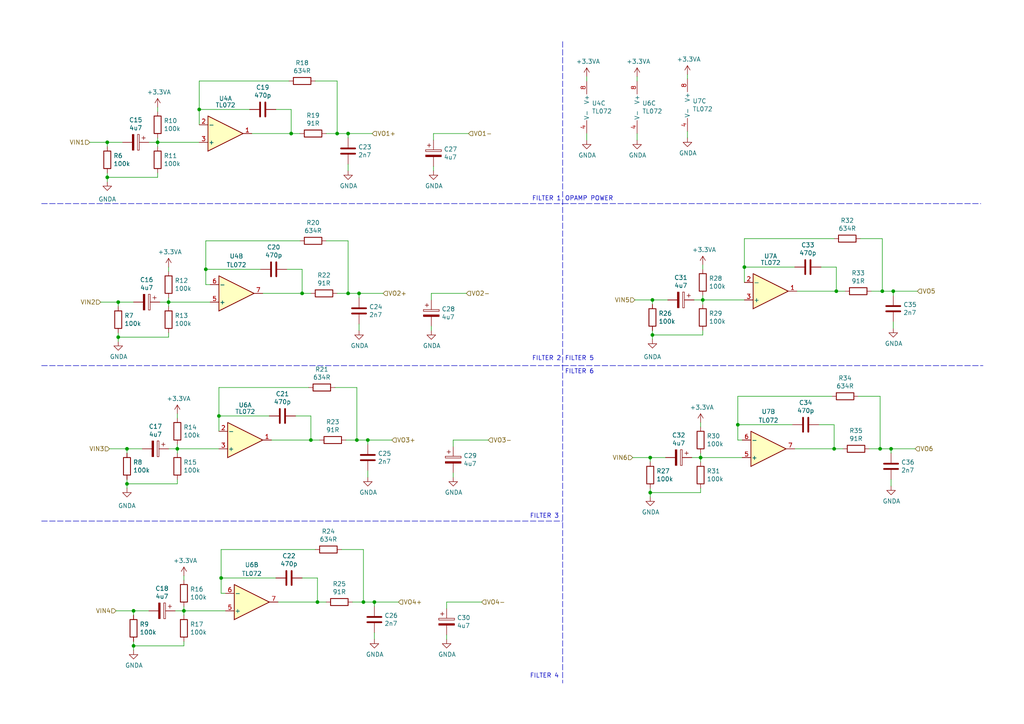
<source format=kicad_sch>
(kicad_sch (version 20211123) (generator eeschema)
  (paper "A4")
  (title_block (title "Audio Codec Input Filters") (date "2021-12-23") (comment 1 "Filter designs from 7.1 of CS42448 datasheet") (comment 2 "AIN 5-6 can have any of their pins behave as true single-ended inputs"))
  (lib_symbols
    (symbol "Amplifier_Operational:TL072" (pin_names (offset 0.127))
      (property "Reference" "U" (at 0 5.08 0))
      (property "Value" "TL072" (at 0 -5.08 0))
      (symbol "TL072_1_1"
        (polyline (pts (xy -5.08 5.08) (xy 5.08 0) (xy -5.08 -5.08) (xy -5.08 5.08)) (stroke (width 0.254)) (fill (type background)))
        (pin output line (at 7.62 0 180) (length 2.54) (name "~") (number "1"))
        (pin input line (at -7.62 -2.54 0) (length 2.54) (name "-") (number "2"))
        (pin input line (at -7.62 2.54 0) (length 2.54) (name "+") (number "3"))
      )
      (symbol "TL072_2_1"
        (polyline (pts (xy -5.08 5.08) (xy 5.08 0) (xy -5.08 -5.08) (xy -5.08 5.08)) (stroke (width 0.254)) (fill (type background)))
        (pin input line (at -7.62 2.54 0) (length 2.54) (name "+") (number "5"))
        (pin input line (at -7.62 -2.54 0) (length 2.54) (name "-") (number "6"))
        (pin output line (at 7.62 0 180) (length 2.54) (name "~") (number "7"))
      )
      (symbol "TL072_3_1"
        (pin power_in line (at -2.54 -7.62 90) (length 3.81) (name "V-") (number "4"))
        (pin power_in line (at -2.54 7.62 270) (length 3.81) (name "V+") (number "8"))
      )
    )
    (symbol "Device:C" (pin_numbers hide) (pin_names (offset 0.254))
      (property "Reference" "C" (at 0.635 2.54 0))
      (property "Value" "C" (at 0.635 -2.54 0))
      (symbol "C_0_1"
        (polyline (pts (xy -2.032 -0.762) (xy 2.032 -0.762)) (stroke (width 0.508)))
        (polyline (pts (xy -2.032 0.762) (xy 2.032 0.762)) (stroke (width 0.508)))
      )
      (symbol "C_1_1"
        (pin passive line (at 0 3.81 270) (length 2.794) (name "~") (number "1"))
        (pin passive line (at 0 -3.81 90) (length 2.794) (name "~") (number "2"))
      )
    )
    (symbol "Device:CP" (pin_numbers hide) (pin_names (offset 0.254))
      (property "Reference" "C" (at 0.635 2.54 0))
      (property "Value" "Device_CP" (at 0.635 -2.54 0))
      (symbol "CP_0_1"
        (rectangle (start -2.286 0.508) (end 2.286 1.016))
        (polyline (pts (xy -1.778 2.286) (xy -0.762 2.286)))
        (polyline (pts (xy -1.27 2.794) (xy -1.27 1.778)))
        (rectangle (start 2.286 -0.508) (end -2.286 -1.016) (fill (type outline)))
      )
      (symbol "CP_1_1"
        (pin passive line (at 0 3.81 270) (length 2.794) (name "~") (number "1"))
        (pin passive line (at 0 -3.81 90) (length 2.794) (name "~") (number "2"))
      )
    )
    (symbol "Device:R" (pin_numbers hide) (pin_names (offset 0))
      (property "Reference" "R" (at 2.032 0 90))
      (property "Value" "R" (at 0 0 90))
      (symbol "R_0_1"
        (rectangle (start -1.016 -2.54) (end 1.016 2.54) (stroke (width 0.254)))
      )
      (symbol "R_1_1"
        (pin passive line (at 0 3.81 270) (length 1.27) (name "~") (number "1"))
        (pin passive line (at 0 -3.81 90) (length 1.27) (name "~") (number "2"))
      )
    )
    (symbol "power:+3.3VA" (power) (pin_names (offset 0))
      (property "Value" "+3.3VA" (at 0 3.556 0))
      (symbol "+3.3VA_0_1"
        (polyline (pts (xy -0.762 1.27) (xy 0 2.54)))
        (polyline (pts (xy 0 0) (xy 0 2.54)))
        (polyline (pts (xy 0 2.54) (xy 0.762 1.27)))
      )
      (symbol "+3.3VA_1_1"
        (pin power_in line (at 0 0 90) (length 0) hide (name "+3.3VA") (number "1"))
      )
    )
    (symbol "power:GNDA" (power) (pin_names (offset 0))
      (property "Value" "GNDA" (at 0 -3.81 0))
      (symbol "GNDA_0_1"
        (polyline (pts (xy 0 0) (xy 0 -1.27) (xy 1.27 -1.27) (xy 0 -2.54) (xy -1.27 -1.27) (xy 0 -1.27)))
      )
      (symbol "GNDA_1_1"
        (pin power_in line (at 0 0 270) (length 0) hide (name "GNDA") (number "1"))
      )
    )
  )
  (junction (at 63.5 120.65))
  (junction (at 51.435 130.175))
  (junction (at 31.115 41.275))
  (junction (at 213.995 123.19))
  (junction (at 103.505 127.635))
  (junction (at 64.135 167.64))
  (junction (at 188.595 132.715))
  (junction (at 48.895 87.63))
  (junction (at 105.41 174.625))
  (junction (at 255.27 130.175))
  (junction (at 38.735 187.325))
  (junction (at 84.455 38.735))
  (junction (at 242.57 84.455))
  (junction (at 189.23 86.995))
  (junction (at 203.835 86.995))
  (junction (at 53.34 177.165))
  (junction (at 203.2 132.715))
  (junction (at 36.83 140.335))
  (junction (at 34.29 87.63))
  (junction (at 34.29 97.79))
  (junction (at 100.965 85.09))
  (junction (at 36.83 130.175))
  (junction (at 259.08 84.455))
  (junction (at 108.585 174.625))
  (junction (at 104.14 85.09))
  (junction (at 57.785 31.75))
  (junction (at 90.17 127.635))
  (junction (at 106.68 127.635))
  (junction (at 215.9 77.47))
  (junction (at 92.075 174.625))
  (junction (at 188.595 142.875))
  (junction (at 97.79 38.735))
  (junction (at 189.23 97.155))
  (junction (at 31.115 51.435))
  (junction (at 255.905 84.455))
  (junction (at 100.965 38.735))
  (junction (at 241.935 130.175))
  (junction (at 45.72 41.275))
  (junction (at 38.735 177.165))
  (junction (at 59.69 78.105))
  (junction (at 258.445 130.175))
  (junction (at 87.63 85.09))
  (wire (pts (xy 129.54 176.53) (xy 129.54 174.625)))
  (wire (pts (xy 249.555 69.215) (xy 255.905 69.215)))
  (wire (pts (xy 215.9 86.995) (xy 203.835 86.995)))
  (wire (pts (xy 125.095 86.995) (xy 125.095 85.09)))
  (wire (pts (xy 259.08 84.455) (xy 266.065 84.455)))
  (wire (pts (xy 241.935 130.175) (xy 244.475 130.175)))
  (wire (pts (xy 97.79 38.735) (xy 94.615 38.735)))
  (wire (pts (xy 248.92 114.935) (xy 255.27 114.935)))
  (wire (pts (xy 188.595 132.715) (xy 183.515 132.715)))
  (wire (pts (xy 237.49 123.19) (xy 241.935 123.19)))
  (wire (pts (xy 103.505 127.635) (xy 100.33 127.635)))
  (wire (pts (xy 203.835 86.995) (xy 203.835 85.725)))
  (wire (pts (xy 188.595 132.715) (xy 193.04 132.715)))
  (wire (pts (xy 108.585 174.625) (xy 115.57 174.625)))
  (wire (pts (xy 105.41 174.625) (xy 102.235 174.625)))
  (wire (pts (xy 106.68 136.525) (xy 106.68 138.43)))
  (wire (pts (xy 213.995 114.935) (xy 241.3 114.935)))
  (wire (pts (xy 90.17 120.65) (xy 90.17 127.635)))
  (wire (pts (xy 106.68 127.635) (xy 113.665 127.635)))
  (wire (pts (xy 100.965 85.09) (xy 97.79 85.09)))
  (wire (pts (xy 199.39 22.86) (xy 199.39 21.59)))
  (wire (pts (xy 87.63 85.09) (xy 90.17 85.09)))
  (wire (pts (xy 255.27 114.935) (xy 255.27 130.175)))
  (wire (pts (xy 203.835 78.105) (xy 203.835 76.835)))
  (wire (pts (xy 258.445 130.175) (xy 258.445 131.445)))
  (wire (pts (xy 213.995 123.19) (xy 213.995 114.935)))
  (wire (pts (xy 203.2 133.985) (xy 203.2 132.715)))
  (wire (pts (xy 258.445 130.175) (xy 265.43 130.175)))
  (wire (pts (xy 60.96 82.55) (xy 59.69 82.55)))
  (wire (pts (xy 36.83 130.175) (xy 36.83 131.445)))
  (wire (pts (xy 63.5 120.65) (xy 78.105 120.65)))
  (wire (pts (xy 53.34 177.165) (xy 53.34 175.895)))
  (wire (pts (xy 38.735 177.165) (xy 33.655 177.165)))
  (wire (pts (xy 189.23 97.155) (xy 189.23 98.425)))
  (wire (pts (xy 48.895 130.175) (xy 51.435 130.175)))
  (wire (pts (xy 36.83 139.065) (xy 36.83 140.335)))
  (wire (pts (xy 64.135 172.085) (xy 64.135 167.64)))
  (wire (pts (xy 65.405 172.085) (xy 64.135 172.085)))
  (wire (pts (xy 104.14 85.09) (xy 104.14 86.36)))
  (wire (pts (xy 104.14 93.98) (xy 104.14 95.885)))
  (wire (pts (xy 63.5 120.65) (xy 63.5 112.395)))
  (wire (pts (xy 199.39 38.1) (xy 199.39 40.005)))
  (wire (pts (xy 201.295 86.995) (xy 203.835 86.995)))
  (wire (pts (xy 31.115 41.275) (xy 26.035 41.275)))
  (wire (pts (xy 97.155 112.395) (xy 103.505 112.395)))
  (wire (pts (xy 129.54 184.15) (xy 129.54 185.42)))
  (wire (pts (xy 57.785 41.275) (xy 45.72 41.275)))
  (wire (pts (xy 100.965 47.625) (xy 100.965 49.53)))
  (wire (pts (xy 215.265 132.715) (xy 203.2 132.715)))
  (wire (pts (xy 48.895 78.74) (xy 48.895 77.47)))
  (wire (pts (xy 97.79 23.495) (xy 97.79 38.735)))
  (wire (pts (xy 48.895 88.9) (xy 48.895 87.63)))
  (wire (pts (xy 38.735 187.325) (xy 53.34 187.325)))
  (wire (pts (xy 259.08 93.345) (xy 259.08 95.25)))
  (wire (pts (xy 238.125 77.47) (xy 242.57 77.47)))
  (wire (pts (xy 203.2 132.715) (xy 203.2 131.445)))
  (wire (pts (xy 57.785 23.495) (xy 83.82 23.495)))
  (wire (pts (xy 242.57 77.47) (xy 242.57 84.455)))
  (wire (pts (xy 92.075 174.625) (xy 94.615 174.625)))
  (wire (pts (xy 203.2 123.825) (xy 203.2 122.555)))
  (wire (pts (xy 38.735 186.055) (xy 38.735 187.325)))
  (wire (pts (xy 203.2 142.875) (xy 203.2 141.605)))
  (wire (pts (xy 184.785 38.735) (xy 184.785 40.64)))
  (wire (pts (xy 255.905 84.455) (xy 259.08 84.455)))
  (wire (pts (xy 31.115 50.165) (xy 31.115 51.435)))
  (wire (pts (xy 215.9 81.915) (xy 215.9 77.47)))
  (wire (pts (xy 59.69 69.85) (xy 86.995 69.85)))
  (wire (pts (xy 51.435 121.285) (xy 51.435 120.015)))
  (wire (pts (xy 215.265 127.635) (xy 213.995 127.635)))
  (wire (pts (xy 80.645 174.625) (xy 92.075 174.625)))
  (wire (pts (xy 255.905 84.455) (xy 252.73 84.455)))
  (wire (pts (xy 51.435 131.445) (xy 51.435 130.175)))
  (wire (pts (xy 85.725 120.65) (xy 90.17 120.65)))
  (wire (pts (xy 200.66 132.715) (xy 203.2 132.715)))
  (wire (pts (xy 45.72 32.385) (xy 45.72 31.115)))
  (wire (pts (xy 104.14 85.09) (xy 111.125 85.09)))
  (wire (pts (xy 97.79 38.735) (xy 100.965 38.735)))
  (wire (pts (xy 170.18 38.735) (xy 170.18 40.64)))
  (wire (pts (xy 59.69 78.105) (xy 75.565 78.105)))
  (wire (pts (xy 125.73 38.735) (xy 135.89 38.735)))
  (wire (pts (xy 80.01 31.75) (xy 84.455 31.75)))
  (wire (pts (xy 94.615 69.85) (xy 100.965 69.85)))
  (wire (pts (xy 36.83 140.335) (xy 51.435 140.335)))
  (polyline (pts (xy 163.195 106.045) (xy 285.115 106.045)))
  (wire (pts (xy 57.785 31.75) (xy 72.39 31.75)))
  (wire (pts (xy 63.5 125.095) (xy 63.5 120.65)))
  (wire (pts (xy 105.41 174.625) (xy 108.585 174.625)))
  (wire (pts (xy 125.095 94.615) (xy 125.095 95.885)))
  (polyline (pts (xy 12.065 59.055) (xy 163.195 59.055)))
  (wire (pts (xy 230.505 130.175) (xy 241.935 130.175)))
  (wire (pts (xy 100.965 85.09) (xy 104.14 85.09)))
  (wire (pts (xy 189.23 95.885) (xy 189.23 97.155)))
  (wire (pts (xy 34.29 87.63) (xy 38.735 87.63)))
  (wire (pts (xy 57.785 36.195) (xy 57.785 31.75)))
  (wire (pts (xy 131.445 127.635) (xy 141.605 127.635)))
  (wire (pts (xy 255.27 130.175) (xy 252.095 130.175)))
  (polyline (pts (xy 163.195 12.065) (xy 163.195 198.12)))
  (wire (pts (xy 31.115 51.435) (xy 31.115 52.705)))
  (wire (pts (xy 48.895 97.79) (xy 48.895 96.52)))
  (wire (pts (xy 59.69 78.105) (xy 59.69 69.85)))
  (wire (pts (xy 34.29 97.79) (xy 48.895 97.79)))
  (wire (pts (xy 255.905 69.215) (xy 255.905 84.455)))
  (wire (pts (xy 258.445 139.065) (xy 258.445 140.97)))
  (wire (pts (xy 31.115 51.435) (xy 45.72 51.435)))
  (wire (pts (xy 64.135 167.64) (xy 64.135 159.385)))
  (wire (pts (xy 36.83 130.175) (xy 41.275 130.175)))
  (polyline (pts (xy 12.065 106.045) (xy 163.195 106.045)))
  (wire (pts (xy 38.735 187.325) (xy 38.735 188.595)))
  (wire (pts (xy 38.735 177.165) (xy 43.18 177.165)))
  (wire (pts (xy 189.23 97.155) (xy 203.835 97.155)))
  (wire (pts (xy 215.9 77.47) (xy 230.505 77.47)))
  (wire (pts (xy 259.08 84.455) (xy 259.08 85.725)))
  (wire (pts (xy 92.075 167.64) (xy 92.075 174.625)))
  (wire (pts (xy 51.435 130.175) (xy 51.435 128.905)))
  (wire (pts (xy 131.445 129.54) (xy 131.445 127.635)))
  (wire (pts (xy 45.72 41.275) (xy 45.72 40.005)))
  (polyline (pts (xy 163.195 59.055) (xy 284.48 59.055)))
  (wire (pts (xy 38.735 177.165) (xy 38.735 178.435)))
  (wire (pts (xy 43.18 41.275) (xy 45.72 41.275)))
  (wire (pts (xy 213.995 127.635) (xy 213.995 123.19)))
  (wire (pts (xy 189.23 86.995) (xy 184.15 86.995)))
  (wire (pts (xy 106.68 127.635) (xy 106.68 128.905)))
  (wire (pts (xy 51.435 140.335) (xy 51.435 139.065)))
  (wire (pts (xy 31.115 41.275) (xy 35.56 41.275)))
  (wire (pts (xy 203.835 88.265) (xy 203.835 86.995)))
  (wire (pts (xy 231.14 84.455) (xy 242.57 84.455)))
  (wire (pts (xy 60.96 87.63) (xy 48.895 87.63)))
  (wire (pts (xy 84.455 31.75) (xy 84.455 38.735)))
  (wire (pts (xy 100.965 69.85) (xy 100.965 85.09)))
  (wire (pts (xy 59.69 82.55) (xy 59.69 78.105)))
  (wire (pts (xy 188.595 142.875) (xy 203.2 142.875)))
  (wire (pts (xy 189.23 86.995) (xy 189.23 88.265)))
  (wire (pts (xy 36.83 140.335) (xy 36.83 141.605)))
  (wire (pts (xy 184.785 23.495) (xy 184.785 22.225)))
  (wire (pts (xy 31.115 41.275) (xy 31.115 42.545)))
  (wire (pts (xy 125.73 48.26) (xy 125.73 49.53)))
  (wire (pts (xy 34.29 97.79) (xy 34.29 99.06)))
  (wire (pts (xy 188.595 142.875) (xy 188.595 144.145)))
  (wire (pts (xy 76.2 85.09) (xy 87.63 85.09)))
  (wire (pts (xy 203.835 97.155) (xy 203.835 95.885)))
  (wire (pts (xy 170.18 23.495) (xy 170.18 22.225)))
  (wire (pts (xy 215.9 69.215) (xy 241.935 69.215)))
  (wire (pts (xy 63.5 112.395) (xy 89.535 112.395)))
  (wire (pts (xy 53.34 168.275) (xy 53.34 167.005)))
  (wire (pts (xy 129.54 174.625) (xy 139.7 174.625)))
  (wire (pts (xy 73.025 38.735) (xy 84.455 38.735)))
  (wire (pts (xy 255.27 130.175) (xy 258.445 130.175)))
  (wire (pts (xy 242.57 84.455) (xy 245.11 84.455)))
  (wire (pts (xy 91.44 23.495) (xy 97.79 23.495)))
  (wire (pts (xy 99.06 159.385) (xy 105.41 159.385)))
  (wire (pts (xy 87.63 78.105) (xy 87.63 85.09)))
  (wire (pts (xy 48.895 87.63) (xy 48.895 86.36)))
  (wire (pts (xy 188.595 132.715) (xy 188.595 133.985)))
  (wire (pts (xy 50.8 177.165) (xy 53.34 177.165)))
  (wire (pts (xy 36.83 130.175) (xy 31.75 130.175)))
  (wire (pts (xy 46.355 87.63) (xy 48.895 87.63)))
  (wire (pts (xy 189.23 86.995) (xy 193.675 86.995)))
  (wire (pts (xy 57.785 31.75) (xy 57.785 23.495)))
  (wire (pts (xy 103.505 112.395) (xy 103.505 127.635)))
  (wire (pts (xy 53.34 187.325) (xy 53.34 186.055)))
  (wire (pts (xy 78.74 127.635) (xy 90.17 127.635)))
  (wire (pts (xy 53.34 178.435) (xy 53.34 177.165)))
  (wire (pts (xy 105.41 159.385) (xy 105.41 174.625)))
  (wire (pts (xy 103.505 127.635) (xy 106.68 127.635)))
  (wire (pts (xy 131.445 137.16) (xy 131.445 138.43)))
  (wire (pts (xy 84.455 38.735) (xy 86.995 38.735)))
  (wire (pts (xy 108.585 174.625) (xy 108.585 175.895)))
  (wire (pts (xy 213.995 123.19) (xy 229.87 123.19)))
  (wire (pts (xy 34.29 96.52) (xy 34.29 97.79)))
  (wire (pts (xy 100.965 38.735) (xy 100.965 40.005)))
  (wire (pts (xy 241.935 123.19) (xy 241.935 130.175)))
  (polyline (pts (xy 12.065 151.13) (xy 163.195 151.13)))
  (wire (pts (xy 64.135 167.64) (xy 80.01 167.64)))
  (wire (pts (xy 65.405 177.165) (xy 53.34 177.165)))
  (wire (pts (xy 90.17 127.635) (xy 92.71 127.635)))
  (wire (pts (xy 45.72 42.545) (xy 45.72 41.275)))
  (wire (pts (xy 100.965 38.735) (xy 107.95 38.735)))
  (wire (pts (xy 188.595 141.605) (xy 188.595 142.875)))
  (wire (pts (xy 63.5 130.175) (xy 51.435 130.175)))
  (wire (pts (xy 64.135 159.385) (xy 91.44 159.385)))
  (wire (pts (xy 125.73 40.64) (xy 125.73 38.735)))
  (wire (pts (xy 125.095 85.09) (xy 135.255 85.09)))
  (wire (pts (xy 45.72 51.435) (xy 45.72 50.165)))
  (wire (pts (xy 108.585 183.515) (xy 108.585 185.42)))
  (wire (pts (xy 34.29 87.63) (xy 29.21 87.63)))
  (wire (pts (xy 34.29 87.63) (xy 34.29 88.9)))
  (wire (pts (xy 87.63 167.64) (xy 92.075 167.64)))
  (wire (pts (xy 215.9 77.47) (xy 215.9 69.215)))
  (wire (pts (xy 83.185 78.105) (xy 87.63 78.105)))
  (text "FILTER 3" (at 153.67 150.495 0) (effects (font (size 1.27 1.27)) (justify left bottom)))
  (text "FILTER 2" (at 154.305 104.775 0) (effects (font (size 1.27 1.27)) (justify left bottom)))
  (text "FILTER 6" (at 163.83 108.585 0) (effects (font (size 1.27 1.27)) (justify left bottom)))
  (text "FILTER 5" (at 163.83 104.775 0) (effects (font (size 1.27 1.27)) (justify left bottom)))
  (text "OPAMP POWER" (at 163.83 58.42 0) (effects (font (size 1.27 1.27)) (justify left bottom)))
  (text "FILTER 1" (at 154.305 58.42 0) (effects (font (size 1.27 1.27)) (justify left bottom)))
  (text "FILTER 4" (at 153.67 196.85 0) (effects (font (size 1.27 1.27)) (justify left bottom)))
  (hierarchical_label "VIN3" (shape input) (at 31.75 130.175 180))
  (hierarchical_label "VO1+" (shape input) (at 107.95 38.735 0))
  (hierarchical_label "VO5" (shape input) (at 266.065 84.455 0))
  (hierarchical_label "VIN1" (shape input) (at 26.035 41.275 180))
  (hierarchical_label "VIN4" (shape input) (at 33.655 177.165 180))
  (hierarchical_label "VIN6" (shape input) (at 183.515 132.715 180))
  (hierarchical_label "VO2+" (shape input) (at 111.125 85.09 0))
  (hierarchical_label "VIN5" (shape input) (at 184.15 86.995 180))
  (hierarchical_label "VO3-" (shape input) (at 141.605 127.635 0))
  (hierarchical_label "VO4+" (shape input) (at 115.57 174.625 0))
  (hierarchical_label "VO2-" (shape input) (at 135.255 85.09 0))
  (hierarchical_label "VO1-" (shape input) (at 135.89 38.735 0))
  (hierarchical_label "VO3+" (shape input) (at 113.665 127.635 0))
  (hierarchical_label "VO4-" (shape input) (at 139.7 174.625 0))
  (hierarchical_label "VO6" (shape input) (at 265.43 130.175 0))
  (hierarchical_label "VIN2" (shape input) (at 29.21 87.63 180))
  (symbol (lib_id "Amplifier_Operational:TL072") (at 65.405 38.735 0) (mirror x) (unit 1)
    (property "Reference" "U4" (at 65.405 28.575 0))
    (property "Value" "TL072" (at 65.405 30.48 0))
    (property "Footprint" "Package_SO:SOIC-8_3.9x4.9mm_P1.27mm" (effects hide))
    (property "Datasheet" "http://www.ti.com/lit/ds/symlink/tl071.pdf" (effects hide))
  )
  (symbol (lib_id "Amplifier_Operational:TL072") (at 68.58 85.09 0) (mirror x) (unit 2)
    (property "Reference" "U4" (at 68.58 74.295 0))
    (property "Value" "TL072" (at 68.58 76.835 0))
    (property "Footprint" "Package_SO:SOIC-8_3.9x4.9mm_P1.27mm" (effects hide))
    (property "Datasheet" "http://www.ti.com/lit/ds/symlink/tl071.pdf" (effects hide))
  )
  (symbol (lib_id "Amplifier_Operational:TL072") (at 172.72 31.115 0) (unit 3)
    (property "Reference" "U4" (at 171.6532 29.9466 0) (effects (justify left)))
    (property "Value" "TL072" (at 171.6532 32.258 0) (effects (justify left)))
    (property "Footprint" "Package_SO:SOIC-8_3.9x4.9mm_P1.27mm" (effects hide))
    (property "Datasheet" "http://www.ti.com/lit/ds/symlink/tl071.pdf" (effects hide))
  )
  (symbol (lib_id "Device:R") (at 45.72 46.355 0) (unit 1)
    (property "Reference" "R11" (at 47.498 45.1866 0) (effects (justify left)))
    (property "Value" "100k" (at 47.498 47.498 0) (effects (justify left)))
    (property "Footprint" "Resistor_SMD:R_0603_1608Metric_Pad0.98x0.95mm_HandSolder" (effects hide))
  )
  (symbol (lib_id "Device:R") (at 45.72 36.195 0) (unit 1)
    (property "Reference" "R10" (at 47.498 35.0266 0) (effects (justify left)))
    (property "Value" "100k" (at 47.498 37.338 0) (effects (justify left)))
    (property "Footprint" "Resistor_SMD:R_0603_1608Metric_Pad0.98x0.95mm_HandSolder" (effects hide))
  )
  (symbol (lib_id "Device:R") (at 31.115 46.355 0) (unit 1)
    (property "Reference" "R6" (at 32.893 45.1866 0) (effects (justify left)))
    (property "Value" "100k" (at 32.893 47.498 0) (effects (justify left)))
    (property "Footprint" "Resistor_SMD:R_0603_1608Metric_Pad0.98x0.95mm_HandSolder" (effects hide))
  )
  (symbol (lib_id "Device:C") (at 76.2 31.75 270) (unit 1)
    (property "Reference" "C19" (at 76.2 25.3492 90))
    (property "Value" "470p" (at 76.2 27.6606 90))
    (property "Footprint" "Capacitor_SMD:C_0603_1608Metric_Pad1.08x0.95mm_HandSolder" (effects hide))
  )
  (symbol (lib_id "Device:R") (at 87.63 23.495 270) (unit 1)
    (property "Reference" "R18" (at 87.63 18.2372 90))
    (property "Value" "634R" (at 87.63 20.5486 90))
    (property "Footprint" "Resistor_SMD:R_0603_1608Metric_Pad0.98x0.95mm_HandSolder" (effects hide))
  )
  (symbol (lib_id "Device:R") (at 90.805 38.735 270) (unit 1)
    (property "Reference" "R19" (at 90.805 33.4772 90))
    (property "Value" "91R" (at 90.805 35.7886 90))
    (property "Footprint" "Resistor_SMD:R_0603_1608Metric_Pad0.98x0.95mm_HandSolder" (effects hide))
  )
  (symbol (lib_id "Device:C") (at 100.965 43.815 0) (unit 1)
    (property "Reference" "C23" (at 103.886 42.6466 0) (effects (justify left)))
    (property "Value" "2n7" (at 103.886 44.958 0) (effects (justify left)))
    (property "Footprint" "Capacitor_SMD:C_0603_1608Metric_Pad1.08x0.95mm_HandSolder" (effects hide))
  )
  (symbol (lib_id "Device:CP") (at 39.37 41.275 270) (unit 1)
    (property "Reference" "C15" (at 39.37 34.798 90))
    (property "Value" "4u7" (at 39.37 37.1094 90))
    (property "Footprint" "Capacitor_SMD:C_0603_1608Metric_Pad1.08x0.95mm_HandSolder" (effects hide))
  )
  (symbol (lib_id "power:GNDA") (at 31.115 52.705 0) (unit 1)
    (property "Reference" "#PWR037" (effects hide))
    (property "Value" "GNDA" (at 31.115 57.785 0))
  )
  (symbol (lib_id "power:+3.3VA") (at 45.72 31.115 0) (unit 1)
    (property "Reference" "#PWR041" (effects hide))
    (property "Value" "+3.3VA" (at 46.101 26.7208 0))
  )
  (symbol (lib_id "power:GNDA") (at 100.965 49.53 0) (unit 1)
    (property "Reference" "#PWR045" (effects hide))
    (property "Value" "GNDA" (at 101.092 53.9242 0))
  )
  (symbol (lib_id "power:GNDA") (at 170.18 40.64 0) (unit 1)
    (property "Reference" "#PWR054" (effects hide))
    (property "Value" "GNDA" (at 170.307 45.0342 0))
  )
  (symbol (lib_id "power:+3.3VA") (at 170.18 22.225 0) (unit 1)
    (property "Reference" "#PWR053" (effects hide))
    (property "Value" "+3.3VA" (at 170.561 17.8308 0))
  )
  (symbol (lib_id "Device:CP") (at 125.73 44.45 0) (unit 1)
    (property "Reference" "C27" (at 128.7272 43.2816 0) (effects (justify left)))
    (property "Value" "4u7" (at 128.7272 45.593 0) (effects (justify left)))
    (property "Footprint" "Capacitor_SMD:C_0603_1608Metric_Pad1.08x0.95mm_HandSolder" (effects hide))
  )
  (symbol (lib_id "power:GNDA") (at 125.73 49.53 0) (unit 1)
    (property "Reference" "#PWR049" (effects hide))
    (property "Value" "GNDA" (at 125.857 53.9242 0))
  )
  (symbol (lib_id "Device:R") (at 48.895 92.71 0) (unit 1)
    (property "Reference" "R13" (at 50.673 91.5416 0) (effects (justify left)))
    (property "Value" "100k" (at 50.673 93.853 0) (effects (justify left)))
    (property "Footprint" "Resistor_SMD:R_0603_1608Metric_Pad0.98x0.95mm_HandSolder" (effects hide))
  )
  (symbol (lib_id "Device:R") (at 48.895 82.55 0) (unit 1)
    (property "Reference" "R12" (at 50.673 81.3816 0) (effects (justify left)))
    (property "Value" "100k" (at 50.673 83.693 0) (effects (justify left)))
    (property "Footprint" "Resistor_SMD:R_0603_1608Metric_Pad0.98x0.95mm_HandSolder" (effects hide))
  )
  (symbol (lib_id "Device:R") (at 34.29 92.71 0) (unit 1)
    (property "Reference" "R7" (at 36.068 91.5416 0) (effects (justify left)))
    (property "Value" "100k" (at 36.068 93.853 0) (effects (justify left)))
    (property "Footprint" "Resistor_SMD:R_0603_1608Metric_Pad0.98x0.95mm_HandSolder" (effects hide))
  )
  (symbol (lib_id "Device:CP") (at 42.545 87.63 270) (unit 1)
    (property "Reference" "C16" (at 42.545 81.153 90))
    (property "Value" "4u7" (at 42.545 83.4644 90))
    (property "Footprint" "Capacitor_SMD:C_0603_1608Metric_Pad1.08x0.95mm_HandSolder" (effects hide))
  )
  (symbol (lib_id "power:GNDA") (at 34.29 99.06 0) (unit 1)
    (property "Reference" "#PWR038" (effects hide))
    (property "Value" "GNDA" (at 34.417 103.4542 0))
  )
  (symbol (lib_id "power:+3.3VA") (at 48.895 77.47 0) (unit 1)
    (property "Reference" "#PWR042" (effects hide))
    (property "Value" "+3.3VA" (at 49.276 73.0758 0))
  )
  (symbol (lib_id "Device:C") (at 79.375 78.105 270) (unit 1)
    (property "Reference" "C20" (at 79.375 71.7042 90))
    (property "Value" "470p" (at 79.375 74.0156 90))
    (property "Footprint" "Capacitor_SMD:C_0603_1608Metric_Pad1.08x0.95mm_HandSolder" (effects hide))
  )
  (symbol (lib_id "Device:R") (at 90.805 69.85 270) (unit 1)
    (property "Reference" "R20" (at 90.805 64.5922 90))
    (property "Value" "634R" (at 90.805 66.9036 90))
    (property "Footprint" "Resistor_SMD:R_0603_1608Metric_Pad0.98x0.95mm_HandSolder" (effects hide))
  )
  (symbol (lib_id "Device:R") (at 93.98 85.09 270) (unit 1)
    (property "Reference" "R22" (at 93.98 79.8322 90))
    (property "Value" "91R" (at 93.98 82.1436 90))
    (property "Footprint" "Resistor_SMD:R_0603_1608Metric_Pad0.98x0.95mm_HandSolder" (effects hide))
  )
  (symbol (lib_id "Device:C") (at 104.14 90.17 0) (unit 1)
    (property "Reference" "C24" (at 107.061 89.0016 0) (effects (justify left)))
    (property "Value" "2n7" (at 107.061 91.313 0) (effects (justify left)))
    (property "Footprint" "Capacitor_SMD:C_0603_1608Metric_Pad1.08x0.95mm_HandSolder" (effects hide))
  )
  (symbol (lib_id "power:GNDA") (at 104.14 95.885 0) (unit 1)
    (property "Reference" "#PWR046" (effects hide))
    (property "Value" "GNDA" (at 104.267 100.2792 0))
  )
  (symbol (lib_id "Device:CP") (at 125.095 90.805 0) (unit 1)
    (property "Reference" "C28" (at 128.0922 89.6366 0) (effects (justify left)))
    (property "Value" "4u7" (at 128.0922 91.948 0) (effects (justify left)))
    (property "Footprint" "Capacitor_SMD:C_0603_1608Metric_Pad1.08x0.95mm_HandSolder" (effects hide))
  )
  (symbol (lib_id "power:GNDA") (at 125.095 95.885 0) (unit 1)
    (property "Reference" "#PWR050" (effects hide))
    (property "Value" "GNDA" (at 125.222 100.2792 0))
  )
  (symbol (lib_id "Amplifier_Operational:TL072") (at 71.12 127.635 0) (mirror x) (unit 1)
    (property "Reference" "U6" (at 71.12 117.475 0))
    (property "Value" "TL072" (at 71.12 119.38 0))
    (property "Footprint" "Package_SO:SOIC-8_3.9x4.9mm_P1.27mm" (effects hide))
    (property "Datasheet" "http://www.ti.com/lit/ds/symlink/tl071.pdf" (effects hide))
  )
  (symbol (lib_id "Amplifier_Operational:TL072") (at 73.025 174.625 0) (mirror x) (unit 2)
    (property "Reference" "U6" (at 73.025 163.83 0))
    (property "Value" "TL072" (at 73.025 166.37 0))
    (property "Footprint" "Package_SO:SOIC-8_3.9x4.9mm_P1.27mm" (effects hide))
    (property "Datasheet" "http://www.ti.com/lit/ds/symlink/tl071.pdf" (effects hide))
  )
  (symbol (lib_id "Amplifier_Operational:TL072") (at 201.93 30.48 0) (unit 3)
    (property "Reference" "U7" (at 200.8632 29.3116 0) (effects (justify left)))
    (property "Value" "TL072" (at 200.8632 31.623 0) (effects (justify left)))
    (property "Footprint" "Package_SO:SOIC-8_3.9x4.9mm_P1.27mm" (effects hide))
    (property "Datasheet" "http://www.ti.com/lit/ds/symlink/tl071.pdf" (effects hide))
  )
  (symbol (lib_id "Device:R") (at 51.435 135.255 0) (unit 1)
    (property "Reference" "R15" (at 53.213 134.0866 0) (effects (justify left)))
    (property "Value" "100k" (at 53.213 136.398 0) (effects (justify left)))
    (property "Footprint" "Resistor_SMD:R_0603_1608Metric_Pad0.98x0.95mm_HandSolder" (effects hide))
  )
  (symbol (lib_id "Device:R") (at 51.435 125.095 0) (unit 1)
    (property "Reference" "R14" (at 53.213 123.9266 0) (effects (justify left)))
    (property "Value" "100k" (at 53.213 126.238 0) (effects (justify left)))
    (property "Footprint" "Resistor_SMD:R_0603_1608Metric_Pad0.98x0.95mm_HandSolder" (effects hide))
  )
  (symbol (lib_id "Device:R") (at 36.83 135.255 0) (unit 1)
    (property "Reference" "R8" (at 38.608 134.0866 0) (effects (justify left)))
    (property "Value" "100k" (at 38.608 136.398 0) (effects (justify left)))
    (property "Footprint" "Resistor_SMD:R_0603_1608Metric_Pad0.98x0.95mm_HandSolder" (effects hide))
  )
  (symbol (lib_id "Device:C") (at 81.915 120.65 270) (unit 1)
    (property "Reference" "C21" (at 81.915 114.2492 90))
    (property "Value" "470p" (at 81.915 116.5606 90))
    (property "Footprint" "Capacitor_SMD:C_0603_1608Metric_Pad1.08x0.95mm_HandSolder" (effects hide))
  )
  (symbol (lib_id "Device:R") (at 93.345 112.395 270) (unit 1)
    (property "Reference" "R21" (at 93.345 107.1372 90))
    (property "Value" "634R" (at 93.345 109.4486 90))
    (property "Footprint" "Resistor_SMD:R_0603_1608Metric_Pad0.98x0.95mm_HandSolder" (effects hide))
  )
  (symbol (lib_id "Device:R") (at 96.52 127.635 270) (unit 1)
    (property "Reference" "R23" (at 96.52 122.3772 90))
    (property "Value" "91R" (at 96.52 124.6886 90))
    (property "Footprint" "Resistor_SMD:R_0603_1608Metric_Pad0.98x0.95mm_HandSolder" (effects hide))
  )
  (symbol (lib_id "Device:C") (at 106.68 132.715 0) (unit 1)
    (property "Reference" "C25" (at 109.601 131.5466 0) (effects (justify left)))
    (property "Value" "2n7" (at 109.601 133.858 0) (effects (justify left)))
    (property "Footprint" "Capacitor_SMD:C_0603_1608Metric_Pad1.08x0.95mm_HandSolder" (effects hide))
  )
  (symbol (lib_id "Device:CP") (at 45.085 130.175 270) (unit 1)
    (property "Reference" "C17" (at 45.085 123.698 90))
    (property "Value" "4u7" (at 45.085 126.0094 90))
    (property "Footprint" "Capacitor_SMD:C_0603_1608Metric_Pad1.08x0.95mm_HandSolder" (effects hide))
  )
  (symbol (lib_id "power:GNDA") (at 36.83 141.605 0) (unit 1)
    (property "Reference" "#PWR039" (effects hide))
    (property "Value" "GNDA" (at 36.83 146.685 0))
  )
  (symbol (lib_id "power:+3.3VA") (at 51.435 120.015 0) (unit 1)
    (property "Reference" "#PWR043" (effects hide))
    (property "Value" "+3.3VA" (at 51.816 115.6208 0))
  )
  (symbol (lib_id "power:GNDA") (at 106.68 138.43 0) (unit 1)
    (property "Reference" "#PWR047" (effects hide))
    (property "Value" "GNDA" (at 106.807 142.8242 0))
  )
  (symbol (lib_id "power:GNDA") (at 199.39 40.005 0) (unit 1)
    (property "Reference" "#PWR056" (effects hide))
    (property "Value" "GNDA" (at 199.517 44.3992 0))
  )
  (symbol (lib_id "power:+3.3VA") (at 199.39 21.59 0) (unit 1)
    (property "Reference" "#PWR055" (effects hide))
    (property "Value" "+3.3VA" (at 199.771 17.1958 0))
  )
  (symbol (lib_id "Device:CP") (at 131.445 133.35 0) (unit 1)
    (property "Reference" "C29" (at 134.4422 132.1816 0) (effects (justify left)))
    (property "Value" "4u7" (at 134.4422 134.493 0) (effects (justify left)))
    (property "Footprint" "Capacitor_SMD:C_0603_1608Metric_Pad1.08x0.95mm_HandSolder" (effects hide))
  )
  (symbol (lib_id "power:GNDA") (at 131.445 138.43 0) (unit 1)
    (property "Reference" "#PWR051" (effects hide))
    (property "Value" "GNDA" (at 131.572 142.8242 0))
  )
  (symbol (lib_id "Device:R") (at 53.34 182.245 0) (unit 1)
    (property "Reference" "R17" (at 55.118 181.0766 0) (effects (justify left)))
    (property "Value" "100k" (at 55.118 183.388 0) (effects (justify left)))
    (property "Footprint" "Resistor_SMD:R_0603_1608Metric_Pad0.98x0.95mm_HandSolder" (effects hide))
  )
  (symbol (lib_id "Device:R") (at 53.34 172.085 0) (unit 1)
    (property "Reference" "R16" (at 55.118 170.9166 0) (effects (justify left)))
    (property "Value" "100k" (at 55.118 173.228 0) (effects (justify left)))
    (property "Footprint" "Resistor_SMD:R_0603_1608Metric_Pad0.98x0.95mm_HandSolder" (effects hide))
  )
  (symbol (lib_id "Device:R") (at 38.735 182.245 0) (unit 1)
    (property "Reference" "R9" (at 40.513 181.0766 0) (effects (justify left)))
    (property "Value" "100k" (at 40.513 183.388 0) (effects (justify left)))
    (property "Footprint" "Resistor_SMD:R_0603_1608Metric_Pad0.98x0.95mm_HandSolder" (effects hide))
  )
  (symbol (lib_id "Device:CP") (at 46.99 177.165 270) (unit 1)
    (property "Reference" "C18" (at 46.99 170.688 90))
    (property "Value" "4u7" (at 46.99 172.9994 90))
    (property "Footprint" "Capacitor_SMD:C_0603_1608Metric_Pad1.08x0.95mm_HandSolder" (effects hide))
  )
  (symbol (lib_id "power:GNDA") (at 38.735 188.595 0) (unit 1)
    (property "Reference" "#PWR040" (effects hide))
    (property "Value" "GNDA" (at 38.862 192.9892 0))
  )
  (symbol (lib_id "power:+3.3VA") (at 53.34 167.005 0) (unit 1)
    (property "Reference" "#PWR044" (effects hide))
    (property "Value" "+3.3VA" (at 53.721 162.6108 0))
  )
  (symbol (lib_id "Device:C") (at 83.82 167.64 270) (unit 1)
    (property "Reference" "C22" (at 83.82 161.2392 90))
    (property "Value" "470p" (at 83.82 163.5506 90))
    (property "Footprint" "Capacitor_SMD:C_0603_1608Metric_Pad1.08x0.95mm_HandSolder" (effects hide))
  )
  (symbol (lib_id "Device:R") (at 95.25 159.385 270) (unit 1)
    (property "Reference" "R24" (at 95.25 154.1272 90))
    (property "Value" "634R" (at 95.25 156.4386 90))
    (property "Footprint" "Resistor_SMD:R_0603_1608Metric_Pad0.98x0.95mm_HandSolder" (effects hide))
  )
  (symbol (lib_id "Device:R") (at 98.425 174.625 270) (unit 1)
    (property "Reference" "R25" (at 98.425 169.3672 90))
    (property "Value" "91R" (at 98.425 171.6786 90))
    (property "Footprint" "Resistor_SMD:R_0603_1608Metric_Pad0.98x0.95mm_HandSolder" (effects hide))
  )
  (symbol (lib_id "Device:C") (at 108.585 179.705 0) (unit 1)
    (property "Reference" "C26" (at 111.506 178.5366 0) (effects (justify left)))
    (property "Value" "2n7" (at 111.506 180.848 0) (effects (justify left)))
    (property "Footprint" "Capacitor_SMD:C_0603_1608Metric_Pad1.08x0.95mm_HandSolder" (effects hide))
  )
  (symbol (lib_id "power:GNDA") (at 108.585 185.42 0) (unit 1)
    (property "Reference" "#PWR048" (effects hide))
    (property "Value" "GNDA" (at 108.712 189.8142 0))
  )
  (symbol (lib_id "Device:CP") (at 129.54 180.34 0) (unit 1)
    (property "Reference" "C30" (at 132.5372 179.1716 0) (effects (justify left)))
    (property "Value" "4u7" (at 132.5372 181.483 0) (effects (justify left)))
    (property "Footprint" "Capacitor_SMD:C_0603_1608Metric_Pad1.08x0.95mm_HandSolder" (effects hide))
  )
  (symbol (lib_id "power:GNDA") (at 129.54 185.42 0) (unit 1)
    (property "Reference" "#PWR052" (effects hide))
    (property "Value" "GNDA" (at 129.667 189.8142 0))
  )
  (symbol (lib_id "Amplifier_Operational:TL072") (at 223.52 84.455 0) (mirror x) (unit 1)
    (property "Reference" "U7" (at 223.52 74.295 0))
    (property "Value" "TL072" (at 223.52 76.2 0))
    (property "Footprint" "Package_SO:SOIC-8_3.9x4.9mm_P1.27mm" (effects hide))
    (property "Datasheet" "http://www.ti.com/lit/ds/symlink/tl071.pdf" (effects hide))
  )
  (symbol (lib_id "Amplifier_Operational:TL072") (at 222.885 130.175 0) (mirror x) (unit 2)
    (property "Reference" "U7" (at 222.885 119.38 0))
    (property "Value" "TL072" (at 222.885 121.92 0))
    (property "Footprint" "Package_SO:SOIC-8_3.9x4.9mm_P1.27mm" (effects hide))
    (property "Datasheet" "http://www.ti.com/lit/ds/symlink/tl071.pdf" (effects hide))
  )
  (symbol (lib_id "Amplifier_Operational:TL072") (at 187.325 31.115 0) (unit 3)
    (property "Reference" "U6" (at 186.2582 29.9466 0) (effects (justify left)))
    (property "Value" "TL072" (at 186.2582 32.258 0) (effects (justify left)))
    (property "Footprint" "Package_SO:SOIC-8_3.9x4.9mm_P1.27mm" (effects hide))
    (property "Datasheet" "http://www.ti.com/lit/ds/symlink/tl071.pdf" (effects hide))
  )
  (symbol (lib_id "Device:R") (at 203.835 92.075 0) (unit 1)
    (property "Reference" "R29" (at 205.613 90.9066 0) (effects (justify left)))
    (property "Value" "100k" (at 205.613 93.218 0) (effects (justify left)))
    (property "Footprint" "Resistor_SMD:R_0603_1608Metric_Pad0.98x0.95mm_HandSolder" (effects hide))
  )
  (symbol (lib_id "Device:R") (at 203.835 81.915 0) (unit 1)
    (property "Reference" "R28" (at 205.613 80.7466 0) (effects (justify left)))
    (property "Value" "100k" (at 205.613 83.058 0) (effects (justify left)))
    (property "Footprint" "Resistor_SMD:R_0603_1608Metric_Pad0.98x0.95mm_HandSolder" (effects hide))
  )
  (symbol (lib_id "Device:R") (at 189.23 92.075 0) (unit 1)
    (property "Reference" "R26" (at 191.008 90.9066 0) (effects (justify left)))
    (property "Value" "100k" (at 191.008 93.218 0) (effects (justify left)))
    (property "Footprint" "Resistor_SMD:R_0603_1608Metric_Pad0.98x0.95mm_HandSolder" (effects hide))
  )
  (symbol (lib_id "Device:C") (at 234.315 77.47 270) (unit 1)
    (property "Reference" "C33" (at 234.315 71.0692 90))
    (property "Value" "470p" (at 234.315 73.3806 90))
    (property "Footprint" "Capacitor_SMD:C_0603_1608Metric_Pad1.08x0.95mm_HandSolder" (effects hide))
  )
  (symbol (lib_id "Device:R") (at 245.745 69.215 270) (unit 1)
    (property "Reference" "R32" (at 245.745 63.9572 90))
    (property "Value" "634R" (at 245.745 66.2686 90))
    (property "Footprint" "Resistor_SMD:R_0603_1608Metric_Pad0.98x0.95mm_HandSolder" (effects hide))
  )
  (symbol (lib_id "Device:R") (at 248.92 84.455 270) (unit 1)
    (property "Reference" "R33" (at 248.92 79.1972 90))
    (property "Value" "91R" (at 248.92 81.5086 90))
    (property "Footprint" "Resistor_SMD:R_0603_1608Metric_Pad0.98x0.95mm_HandSolder" (effects hide))
  )
  (symbol (lib_id "Device:C") (at 259.08 89.535 0) (unit 1)
    (property "Reference" "C35" (at 262.001 88.3666 0) (effects (justify left)))
    (property "Value" "2n7" (at 262.001 90.678 0) (effects (justify left)))
    (property "Footprint" "Capacitor_SMD:C_0603_1608Metric_Pad1.08x0.95mm_HandSolder" (effects hide))
  )
  (symbol (lib_id "Device:CP") (at 197.485 86.995 270) (unit 1)
    (property "Reference" "C31" (at 197.485 80.518 90))
    (property "Value" "4u7" (at 197.485 82.8294 90))
    (property "Footprint" "Capacitor_SMD:C_0603_1608Metric_Pad1.08x0.95mm_HandSolder" (effects hide))
  )
  (symbol (lib_id "power:GNDA") (at 189.23 98.425 0) (unit 1)
    (property "Reference" "#PWR057" (effects hide))
    (property "Value" "GNDA" (at 189.23 103.505 0))
  )
  (symbol (lib_id "power:+3.3VA") (at 203.835 76.835 0) (unit 1)
    (property "Reference" "#PWR059" (effects hide))
    (property "Value" "+3.3VA" (at 204.216 72.4408 0))
  )
  (symbol (lib_id "power:GNDA") (at 259.08 95.25 0) (unit 1)
    (property "Reference" "#PWR061" (effects hide))
    (property "Value" "GNDA" (at 259.207 99.6442 0))
  )
  (symbol (lib_id "power:GNDA") (at 184.785 40.64 0) (unit 1)
    (property "Reference" "#PWR064" (effects hide))
    (property "Value" "GNDA" (at 184.912 45.0342 0))
  )
  (symbol (lib_id "power:+3.3VA") (at 184.785 22.225 0) (unit 1)
    (property "Reference" "#PWR063" (effects hide))
    (property "Value" "+3.3VA" (at 185.166 17.8308 0))
  )
  (symbol (lib_id "Device:R") (at 203.2 137.795 0) (unit 1)
    (property "Reference" "R31" (at 204.978 136.6266 0) (effects (justify left)))
    (property "Value" "100k" (at 204.978 138.938 0) (effects (justify left)))
    (property "Footprint" "Resistor_SMD:R_0603_1608Metric_Pad0.98x0.95mm_HandSolder" (effects hide))
  )
  (symbol (lib_id "Device:R") (at 203.2 127.635 0) (unit 1)
    (property "Reference" "R30" (at 204.978 126.4666 0) (effects (justify left)))
    (property "Value" "100k" (at 204.978 128.778 0) (effects (justify left)))
    (property "Footprint" "Resistor_SMD:R_0603_1608Metric_Pad0.98x0.95mm_HandSolder" (effects hide))
  )
  (symbol (lib_id "Device:R") (at 188.595 137.795 0) (unit 1)
    (property "Reference" "R27" (at 190.373 136.6266 0) (effects (justify left)))
    (property "Value" "100k" (at 190.373 138.938 0) (effects (justify left)))
    (property "Footprint" "Resistor_SMD:R_0603_1608Metric_Pad0.98x0.95mm_HandSolder" (effects hide))
  )
  (symbol (lib_id "Device:CP") (at 196.85 132.715 270) (unit 1)
    (property "Reference" "C32" (at 196.85 126.238 90))
    (property "Value" "4u7" (at 196.85 128.5494 90))
    (property "Footprint" "Capacitor_SMD:C_0603_1608Metric_Pad1.08x0.95mm_HandSolder" (effects hide))
  )
  (symbol (lib_id "power:GNDA") (at 188.595 144.145 0) (unit 1)
    (property "Reference" "#PWR058" (effects hide))
    (property "Value" "GNDA" (at 188.722 148.5392 0))
  )
  (symbol (lib_id "power:+3.3VA") (at 203.2 122.555 0) (unit 1)
    (property "Reference" "#PWR060" (effects hide))
    (property "Value" "+3.3VA" (at 203.581 118.1608 0))
  )
  (symbol (lib_id "Device:C") (at 233.68 123.19 270) (unit 1)
    (property "Reference" "C34" (at 233.68 116.7892 90))
    (property "Value" "470p" (at 233.68 119.1006 90))
    (property "Footprint" "Capacitor_SMD:C_0603_1608Metric_Pad1.08x0.95mm_HandSolder" (effects hide))
  )
  (symbol (lib_id "Device:R") (at 245.11 114.935 270) (unit 1)
    (property "Reference" "R34" (at 245.11 109.6772 90))
    (property "Value" "634R" (at 245.11 111.9886 90))
    (property "Footprint" "Resistor_SMD:R_0603_1608Metric_Pad0.98x0.95mm_HandSolder" (effects hide))
  )
  (symbol (lib_id "Device:R") (at 248.285 130.175 270) (unit 1)
    (property "Reference" "R35" (at 248.285 124.9172 90))
    (property "Value" "91R" (at 248.285 127.2286 90))
    (property "Footprint" "Resistor_SMD:R_0603_1608Metric_Pad0.98x0.95mm_HandSolder" (effects hide))
  )
  (symbol (lib_id "Device:C") (at 258.445 135.255 0) (unit 1)
    (property "Reference" "C36" (at 261.366 134.0866 0) (effects (justify left)))
    (property "Value" "2n7" (at 261.366 136.398 0) (effects (justify left)))
    (property "Footprint" "Capacitor_SMD:C_0603_1608Metric_Pad1.08x0.95mm_HandSolder" (effects hide))
  )
  (symbol (lib_id "power:GNDA") (at 258.445 140.97 0) (unit 1)
    (property "Reference" "#PWR062" (effects hide))
    (property "Value" "GNDA" (at 258.572 145.3642 0))
  )
)
</source>
